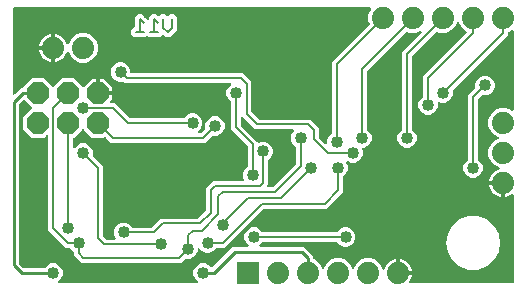
<source format=gbr>
G04 EAGLE Gerber RS-274X export*
G75*
%MOMM*%
%FSLAX34Y34*%
%LPD*%
%INBottom Copper*%
%IPPOS*%
%AMOC8*
5,1,8,0,0,1.08239X$1,22.5*%
G01*
%ADD10C,0.203200*%
%ADD11P,2.034460X8X22.500000*%
%ADD12C,1.879600*%
%ADD13R,1.879600X1.879600*%
%ADD14C,1.016000*%
%ADD15C,0.254000*%

G36*
X160300Y3823D02*
X160300Y3823D01*
X160386Y3825D01*
X160441Y3843D01*
X160497Y3851D01*
X160575Y3886D01*
X160657Y3912D01*
X160704Y3944D01*
X160756Y3967D01*
X160822Y4022D01*
X160893Y4070D01*
X160930Y4114D01*
X160973Y4150D01*
X161021Y4222D01*
X161076Y4288D01*
X161099Y4340D01*
X161131Y4387D01*
X161157Y4469D01*
X161192Y4548D01*
X161199Y4604D01*
X161217Y4658D01*
X161219Y4744D01*
X161230Y4829D01*
X161222Y4886D01*
X161224Y4942D01*
X161202Y5025D01*
X161190Y5111D01*
X161166Y5163D01*
X161152Y5217D01*
X161108Y5291D01*
X161073Y5370D01*
X161036Y5413D01*
X161007Y5462D01*
X160944Y5521D01*
X160888Y5586D01*
X160846Y5612D01*
X160799Y5656D01*
X160670Y5722D01*
X160604Y5764D01*
X160495Y5809D01*
X158209Y8095D01*
X156971Y11083D01*
X156971Y14317D01*
X158209Y17305D01*
X160495Y19591D01*
X163483Y20829D01*
X166717Y20829D01*
X169705Y19591D01*
X171521Y17775D01*
X171568Y17739D01*
X171608Y17697D01*
X171681Y17654D01*
X171748Y17604D01*
X171803Y17583D01*
X171853Y17553D01*
X171935Y17533D01*
X172014Y17502D01*
X172072Y17498D01*
X172129Y17483D01*
X172213Y17486D01*
X172297Y17479D01*
X172355Y17490D01*
X172413Y17492D01*
X172493Y17518D01*
X172576Y17535D01*
X172628Y17562D01*
X172684Y17580D01*
X172740Y17620D01*
X172828Y17666D01*
X172901Y17734D01*
X172957Y17775D01*
X187154Y31972D01*
X189981Y34799D01*
X202714Y34799D01*
X202744Y34803D01*
X202773Y34800D01*
X202884Y34823D01*
X202996Y34839D01*
X203023Y34851D01*
X203052Y34856D01*
X203152Y34909D01*
X203255Y34955D01*
X203278Y34974D01*
X203304Y34987D01*
X203386Y35065D01*
X203472Y35138D01*
X203489Y35163D01*
X203510Y35183D01*
X203567Y35281D01*
X203630Y35375D01*
X203639Y35403D01*
X203654Y35428D01*
X203681Y35538D01*
X203716Y35646D01*
X203717Y35676D01*
X203724Y35704D01*
X203720Y35817D01*
X203723Y35930D01*
X203716Y35959D01*
X203715Y35988D01*
X203680Y36096D01*
X203651Y36205D01*
X203636Y36231D01*
X203627Y36259D01*
X203582Y36322D01*
X203506Y36450D01*
X203460Y36493D01*
X203432Y36532D01*
X201389Y38575D01*
X200151Y41563D01*
X200151Y44797D01*
X201389Y47785D01*
X203675Y50071D01*
X206663Y51309D01*
X209897Y51309D01*
X212885Y50071D01*
X215208Y47747D01*
X215280Y47627D01*
X215281Y47626D01*
X215282Y47624D01*
X215384Y47529D01*
X215486Y47432D01*
X215488Y47431D01*
X215489Y47430D01*
X215614Y47366D01*
X215739Y47301D01*
X215741Y47301D01*
X215742Y47300D01*
X215757Y47298D01*
X216018Y47246D01*
X216049Y47249D01*
X216073Y47245D01*
X277957Y47245D01*
X277958Y47245D01*
X277960Y47245D01*
X278099Y47265D01*
X278238Y47285D01*
X278240Y47285D01*
X278241Y47285D01*
X278368Y47343D01*
X278498Y47401D01*
X278499Y47402D01*
X278500Y47403D01*
X278609Y47495D01*
X278715Y47584D01*
X278716Y47586D01*
X278717Y47587D01*
X278725Y47600D01*
X278827Y47752D01*
X281145Y50071D01*
X284133Y51309D01*
X287367Y51309D01*
X290355Y50071D01*
X292641Y47785D01*
X293879Y44797D01*
X293879Y41563D01*
X292641Y38575D01*
X290355Y36289D01*
X287367Y35051D01*
X284133Y35051D01*
X281145Y36289D01*
X278822Y38613D01*
X278750Y38733D01*
X278749Y38734D01*
X278748Y38736D01*
X278646Y38831D01*
X278544Y38928D01*
X278542Y38929D01*
X278541Y38930D01*
X278416Y38994D01*
X278291Y39059D01*
X278289Y39059D01*
X278288Y39060D01*
X278273Y39062D01*
X278012Y39114D01*
X277981Y39111D01*
X277957Y39115D01*
X216073Y39115D01*
X216072Y39115D01*
X216070Y39115D01*
X215931Y39095D01*
X215792Y39075D01*
X215790Y39075D01*
X215789Y39075D01*
X215662Y39017D01*
X215532Y38959D01*
X215531Y38958D01*
X215530Y38957D01*
X215421Y38865D01*
X215315Y38776D01*
X215314Y38774D01*
X215313Y38773D01*
X215305Y38760D01*
X215204Y38608D01*
X213128Y36532D01*
X213110Y36508D01*
X213088Y36489D01*
X213025Y36395D01*
X212957Y36305D01*
X212946Y36277D01*
X212930Y36253D01*
X212896Y36145D01*
X212856Y36039D01*
X212853Y36010D01*
X212844Y35982D01*
X212841Y35868D01*
X212832Y35756D01*
X212838Y35727D01*
X212837Y35698D01*
X212866Y35588D01*
X212888Y35477D01*
X212901Y35451D01*
X212909Y35423D01*
X212967Y35325D01*
X213019Y35225D01*
X213039Y35203D01*
X213054Y35178D01*
X213137Y35101D01*
X213215Y35019D01*
X213240Y35004D01*
X213261Y34984D01*
X213362Y34932D01*
X213460Y34875D01*
X213488Y34868D01*
X213514Y34854D01*
X213592Y34841D01*
X213735Y34805D01*
X213798Y34807D01*
X213846Y34799D01*
X250709Y34799D01*
X258319Y27189D01*
X258319Y25062D01*
X258319Y25060D01*
X258319Y25059D01*
X258339Y24918D01*
X258359Y24780D01*
X258359Y24779D01*
X258359Y24777D01*
X258416Y24651D01*
X258475Y24521D01*
X258476Y24520D01*
X258477Y24518D01*
X258568Y24411D01*
X258658Y24304D01*
X258660Y24303D01*
X258661Y24302D01*
X258674Y24294D01*
X258895Y24146D01*
X258924Y24137D01*
X258945Y24124D01*
X261051Y23252D01*
X264552Y19751D01*
X265762Y16829D01*
X265777Y16804D01*
X265786Y16776D01*
X265849Y16681D01*
X265907Y16584D01*
X265928Y16564D01*
X265944Y16539D01*
X266031Y16467D01*
X266113Y16389D01*
X266139Y16375D01*
X266162Y16357D01*
X266265Y16311D01*
X266366Y16259D01*
X266395Y16253D01*
X266422Y16241D01*
X266534Y16225D01*
X266645Y16204D01*
X266674Y16206D01*
X266703Y16202D01*
X266815Y16218D01*
X266928Y16228D01*
X266955Y16239D01*
X266984Y16243D01*
X267088Y16289D01*
X267193Y16330D01*
X267217Y16348D01*
X267244Y16360D01*
X267330Y16433D01*
X267420Y16502D01*
X267438Y16525D01*
X267460Y16544D01*
X267502Y16611D01*
X267590Y16729D01*
X267612Y16788D01*
X267638Y16829D01*
X268848Y19751D01*
X272349Y23252D01*
X276924Y25147D01*
X281876Y25147D01*
X286451Y23252D01*
X289952Y19751D01*
X291162Y16829D01*
X291177Y16804D01*
X291186Y16776D01*
X291249Y16681D01*
X291307Y16584D01*
X291328Y16564D01*
X291344Y16539D01*
X291431Y16467D01*
X291513Y16389D01*
X291539Y16375D01*
X291562Y16357D01*
X291665Y16311D01*
X291766Y16259D01*
X291795Y16253D01*
X291822Y16241D01*
X291934Y16225D01*
X292045Y16204D01*
X292074Y16206D01*
X292103Y16202D01*
X292215Y16218D01*
X292328Y16228D01*
X292355Y16239D01*
X292384Y16243D01*
X292488Y16289D01*
X292593Y16330D01*
X292617Y16348D01*
X292644Y16360D01*
X292730Y16433D01*
X292820Y16502D01*
X292838Y16525D01*
X292860Y16544D01*
X292902Y16611D01*
X292990Y16729D01*
X293012Y16788D01*
X293038Y16829D01*
X294248Y19751D01*
X297749Y23252D01*
X302324Y25147D01*
X307276Y25147D01*
X311851Y23252D01*
X315352Y19751D01*
X316869Y16089D01*
X316904Y16029D01*
X316930Y15965D01*
X316976Y15907D01*
X317013Y15844D01*
X317063Y15796D01*
X317106Y15742D01*
X317166Y15699D01*
X317220Y15649D01*
X317281Y15617D01*
X317338Y15577D01*
X317407Y15552D01*
X317473Y15518D01*
X317540Y15505D01*
X317606Y15482D01*
X317679Y15478D01*
X317752Y15463D01*
X317820Y15469D01*
X317889Y15465D01*
X317961Y15481D01*
X318035Y15488D01*
X318099Y15513D01*
X318167Y15528D01*
X318231Y15563D01*
X318300Y15590D01*
X318355Y15631D01*
X318416Y15665D01*
X318468Y15717D01*
X318527Y15761D01*
X318568Y15817D01*
X318617Y15866D01*
X318646Y15921D01*
X318697Y15989D01*
X318738Y16097D01*
X318772Y16163D01*
X319136Y17283D01*
X319989Y18957D01*
X321094Y20478D01*
X322422Y21806D01*
X323943Y22911D01*
X325617Y23764D01*
X327404Y24345D01*
X328169Y24466D01*
X328169Y13716D01*
X328177Y13658D01*
X328175Y13600D01*
X328197Y13518D01*
X328209Y13435D01*
X328233Y13381D01*
X328247Y13325D01*
X328290Y13252D01*
X328325Y13175D01*
X328363Y13131D01*
X328393Y13080D01*
X328454Y13023D01*
X328509Y12958D01*
X328557Y12926D01*
X328600Y12886D01*
X328675Y12847D01*
X328745Y12801D01*
X328801Y12783D01*
X328853Y12756D01*
X328921Y12745D01*
X329016Y12715D01*
X329116Y12712D01*
X329184Y12701D01*
X330201Y12701D01*
X330201Y11684D01*
X330209Y11626D01*
X330208Y11568D01*
X330229Y11486D01*
X330241Y11403D01*
X330265Y11349D01*
X330279Y11293D01*
X330322Y11220D01*
X330357Y11143D01*
X330395Y11098D01*
X330425Y11048D01*
X330486Y10990D01*
X330541Y10926D01*
X330589Y10894D01*
X330632Y10854D01*
X330707Y10815D01*
X330777Y10769D01*
X330833Y10751D01*
X330885Y10724D01*
X330953Y10713D01*
X331048Y10683D01*
X331148Y10680D01*
X331216Y10669D01*
X341966Y10669D01*
X341845Y9904D01*
X341264Y8117D01*
X340411Y6443D01*
X339670Y5423D01*
X339627Y5341D01*
X339576Y5265D01*
X339560Y5216D01*
X339537Y5172D01*
X339518Y5082D01*
X339490Y4994D01*
X339489Y4943D01*
X339478Y4893D01*
X339485Y4802D01*
X339483Y4710D01*
X339495Y4661D01*
X339499Y4610D01*
X339531Y4524D01*
X339554Y4435D01*
X339580Y4391D01*
X339598Y4343D01*
X339653Y4269D01*
X339700Y4190D01*
X339737Y4155D01*
X339767Y4115D01*
X339840Y4059D01*
X339907Y3996D01*
X339952Y3973D01*
X339992Y3942D01*
X340078Y3908D01*
X340160Y3866D01*
X340204Y3859D01*
X340257Y3838D01*
X340415Y3823D01*
X340491Y3811D01*
X426974Y3811D01*
X427032Y3819D01*
X427090Y3817D01*
X427172Y3839D01*
X427256Y3851D01*
X427309Y3874D01*
X427365Y3889D01*
X427438Y3932D01*
X427515Y3967D01*
X427560Y4005D01*
X427610Y4034D01*
X427668Y4096D01*
X427732Y4150D01*
X427764Y4199D01*
X427804Y4242D01*
X427843Y4317D01*
X427890Y4387D01*
X427907Y4443D01*
X427934Y4495D01*
X427945Y4563D01*
X427975Y4658D01*
X427978Y4758D01*
X427989Y4826D01*
X427989Y78609D01*
X427976Y78700D01*
X427973Y78792D01*
X427957Y78840D01*
X427949Y78890D01*
X427912Y78974D01*
X427883Y79062D01*
X427854Y79103D01*
X427833Y79150D01*
X427774Y79220D01*
X427722Y79296D01*
X427682Y79328D01*
X427650Y79367D01*
X427573Y79418D01*
X427502Y79476D01*
X427455Y79496D01*
X427413Y79524D01*
X427325Y79552D01*
X427241Y79588D01*
X427190Y79595D01*
X427142Y79610D01*
X427050Y79612D01*
X426959Y79624D01*
X426908Y79616D01*
X426858Y79617D01*
X426769Y79594D01*
X426678Y79580D01*
X426638Y79560D01*
X426583Y79546D01*
X426446Y79465D01*
X426377Y79430D01*
X425357Y78689D01*
X423683Y77836D01*
X421896Y77255D01*
X421131Y77134D01*
X421131Y87884D01*
X421123Y87942D01*
X421125Y88000D01*
X421103Y88082D01*
X421091Y88165D01*
X421067Y88219D01*
X421053Y88275D01*
X421010Y88348D01*
X420975Y88425D01*
X420937Y88469D01*
X420907Y88520D01*
X420846Y88577D01*
X420791Y88642D01*
X420743Y88674D01*
X420700Y88714D01*
X420625Y88753D01*
X420555Y88799D01*
X420499Y88817D01*
X420447Y88844D01*
X420379Y88855D01*
X420284Y88885D01*
X420184Y88888D01*
X420116Y88899D01*
X419099Y88899D01*
X419099Y89916D01*
X419091Y89974D01*
X419092Y90032D01*
X419071Y90114D01*
X419059Y90197D01*
X419035Y90251D01*
X419021Y90307D01*
X418978Y90380D01*
X418943Y90457D01*
X418905Y90502D01*
X418875Y90552D01*
X418814Y90610D01*
X418759Y90674D01*
X418711Y90706D01*
X418668Y90746D01*
X418593Y90785D01*
X418523Y90831D01*
X418467Y90849D01*
X418415Y90876D01*
X418347Y90887D01*
X418252Y90917D01*
X418152Y90920D01*
X418084Y90931D01*
X407334Y90931D01*
X407455Y91696D01*
X408036Y93483D01*
X408889Y95157D01*
X409994Y96678D01*
X411322Y98006D01*
X412843Y99111D01*
X414517Y99964D01*
X415637Y100328D01*
X415699Y100358D01*
X415765Y100379D01*
X415826Y100420D01*
X415892Y100453D01*
X415943Y100499D01*
X416001Y100538D01*
X416048Y100594D01*
X416103Y100643D01*
X416139Y100702D01*
X416184Y100755D01*
X416214Y100822D01*
X416252Y100885D01*
X416271Y100952D01*
X416299Y101015D01*
X416309Y101088D01*
X416329Y101159D01*
X416329Y101228D01*
X416338Y101296D01*
X416328Y101369D01*
X416327Y101443D01*
X416307Y101510D01*
X416297Y101578D01*
X416267Y101645D01*
X416246Y101716D01*
X416209Y101774D01*
X416180Y101837D01*
X416133Y101893D01*
X416093Y101955D01*
X416041Y102001D01*
X415996Y102053D01*
X415943Y102086D01*
X415879Y102143D01*
X415775Y102192D01*
X415711Y102231D01*
X412049Y103748D01*
X408548Y107249D01*
X406653Y111824D01*
X406653Y116776D01*
X408548Y121351D01*
X412049Y124852D01*
X414971Y126062D01*
X414996Y126077D01*
X415024Y126086D01*
X415119Y126149D01*
X415216Y126207D01*
X415236Y126228D01*
X415261Y126244D01*
X415334Y126331D01*
X415411Y126413D01*
X415425Y126439D01*
X415444Y126462D01*
X415490Y126565D01*
X415541Y126666D01*
X415547Y126695D01*
X415559Y126722D01*
X415575Y126834D01*
X415596Y126945D01*
X415594Y126974D01*
X415598Y127003D01*
X415582Y127115D01*
X415572Y127228D01*
X415561Y127255D01*
X415557Y127285D01*
X415511Y127388D01*
X415470Y127493D01*
X415452Y127517D01*
X415440Y127544D01*
X415367Y127630D01*
X415298Y127720D01*
X415275Y127738D01*
X415256Y127760D01*
X415189Y127802D01*
X415071Y127890D01*
X415012Y127912D01*
X414971Y127938D01*
X412049Y129148D01*
X408548Y132649D01*
X406653Y137224D01*
X406653Y142176D01*
X408548Y146751D01*
X412049Y150252D01*
X416624Y152147D01*
X421576Y152147D01*
X426150Y150252D01*
X426256Y150146D01*
X426280Y150129D01*
X426299Y150106D01*
X426393Y150043D01*
X426483Y149975D01*
X426511Y149965D01*
X426535Y149949D01*
X426643Y149914D01*
X426749Y149874D01*
X426778Y149872D01*
X426806Y149863D01*
X426919Y149860D01*
X427032Y149850D01*
X427061Y149856D01*
X427090Y149856D01*
X427200Y149884D01*
X427311Y149906D01*
X427337Y149920D01*
X427365Y149927D01*
X427462Y149985D01*
X427563Y150037D01*
X427585Y150058D01*
X427610Y150073D01*
X427687Y150155D01*
X427769Y150233D01*
X427784Y150258D01*
X427804Y150280D01*
X427856Y150381D01*
X427913Y150478D01*
X427920Y150507D01*
X427934Y150533D01*
X427947Y150610D01*
X427983Y150754D01*
X427981Y150816D01*
X427989Y150864D01*
X427989Y217436D01*
X427985Y217465D01*
X427988Y217494D01*
X427965Y217605D01*
X427949Y217717D01*
X427937Y217744D01*
X427932Y217773D01*
X427880Y217873D01*
X427833Y217977D01*
X427814Y217999D01*
X427801Y218025D01*
X427723Y218107D01*
X427650Y218194D01*
X427625Y218210D01*
X427605Y218231D01*
X427507Y218289D01*
X427413Y218351D01*
X427385Y218360D01*
X427360Y218375D01*
X427250Y218403D01*
X427142Y218437D01*
X427113Y218438D01*
X427084Y218445D01*
X426971Y218442D01*
X426858Y218444D01*
X426829Y218437D01*
X426800Y218436D01*
X426692Y218401D01*
X426583Y218373D01*
X426557Y218358D01*
X426529Y218349D01*
X426466Y218303D01*
X426338Y218227D01*
X426295Y218182D01*
X426256Y218154D01*
X426150Y218048D01*
X423791Y217071D01*
X423790Y217070D01*
X423789Y217070D01*
X423670Y217000D01*
X423547Y216927D01*
X423546Y216925D01*
X423544Y216925D01*
X423447Y216821D01*
X423351Y216720D01*
X423351Y216718D01*
X423350Y216717D01*
X423282Y216585D01*
X423221Y216467D01*
X423221Y216466D01*
X423220Y216464D01*
X423218Y216449D01*
X423166Y216188D01*
X423169Y216158D01*
X423165Y216133D01*
X423165Y214216D01*
X420486Y211538D01*
X376685Y167736D01*
X376684Y167735D01*
X376682Y167734D01*
X376597Y167620D01*
X376514Y167509D01*
X376513Y167508D01*
X376512Y167506D01*
X376463Y167376D01*
X376413Y167244D01*
X376413Y167242D01*
X376412Y167240D01*
X376400Y167092D01*
X376389Y166960D01*
X376389Y166959D01*
X376389Y166957D01*
X376393Y166941D01*
X376429Y166763D01*
X376429Y163483D01*
X375191Y160495D01*
X372905Y158209D01*
X369917Y156971D01*
X366683Y156971D01*
X365133Y157614D01*
X365021Y157642D01*
X364912Y157677D01*
X364884Y157678D01*
X364857Y157685D01*
X364743Y157681D01*
X364628Y157684D01*
X364601Y157677D01*
X364573Y157676D01*
X364464Y157641D01*
X364353Y157612D01*
X364329Y157598D01*
X364302Y157590D01*
X364207Y157526D01*
X364108Y157467D01*
X364089Y157447D01*
X364066Y157431D01*
X363992Y157343D01*
X363914Y157260D01*
X363901Y157235D01*
X363883Y157214D01*
X363837Y157109D01*
X363784Y157007D01*
X363780Y156982D01*
X363768Y156954D01*
X363731Y156690D01*
X363729Y156676D01*
X363729Y153323D01*
X362491Y150335D01*
X360205Y148049D01*
X357217Y146811D01*
X353983Y146811D01*
X350995Y148049D01*
X348709Y150335D01*
X347471Y153323D01*
X347471Y156557D01*
X348709Y159545D01*
X351033Y161868D01*
X351153Y161940D01*
X351154Y161941D01*
X351156Y161942D01*
X351251Y162044D01*
X351348Y162146D01*
X351349Y162148D01*
X351350Y162149D01*
X351414Y162273D01*
X351479Y162399D01*
X351479Y162401D01*
X351480Y162402D01*
X351482Y162417D01*
X351534Y162678D01*
X351531Y162709D01*
X351535Y162733D01*
X351535Y179484D01*
X388015Y215963D01*
X388084Y216055D01*
X388158Y216143D01*
X388169Y216168D01*
X388186Y216190D01*
X388227Y216298D01*
X388273Y216403D01*
X388277Y216430D01*
X388287Y216456D01*
X388296Y216570D01*
X388312Y216684D01*
X388308Y216712D01*
X388311Y216739D01*
X388288Y216852D01*
X388272Y216966D01*
X388260Y216991D01*
X388255Y217018D01*
X388202Y217120D01*
X388154Y217225D01*
X388136Y217246D01*
X388124Y217270D01*
X388045Y217354D01*
X387970Y217441D01*
X387949Y217454D01*
X387928Y217477D01*
X387698Y217611D01*
X387685Y217619D01*
X386649Y218048D01*
X383148Y221549D01*
X381938Y224471D01*
X381923Y224496D01*
X381914Y224524D01*
X381851Y224619D01*
X381793Y224716D01*
X381772Y224736D01*
X381756Y224761D01*
X381669Y224834D01*
X381587Y224911D01*
X381561Y224925D01*
X381538Y224944D01*
X381435Y224990D01*
X381334Y225041D01*
X381305Y225047D01*
X381278Y225059D01*
X381166Y225075D01*
X381055Y225096D01*
X381026Y225094D01*
X380997Y225098D01*
X380885Y225082D01*
X380772Y225072D01*
X380745Y225061D01*
X380715Y225057D01*
X380612Y225011D01*
X380507Y224970D01*
X380483Y224952D01*
X380456Y224940D01*
X380370Y224867D01*
X380280Y224798D01*
X380262Y224775D01*
X380240Y224756D01*
X380198Y224689D01*
X380110Y224571D01*
X380088Y224512D01*
X380062Y224471D01*
X378852Y221549D01*
X375351Y218048D01*
X370776Y216153D01*
X365824Y216153D01*
X363465Y217130D01*
X363464Y217131D01*
X363462Y217132D01*
X363328Y217166D01*
X363190Y217201D01*
X363188Y217201D01*
X363187Y217202D01*
X363046Y217197D01*
X362906Y217193D01*
X362904Y217193D01*
X362903Y217193D01*
X362770Y217150D01*
X362635Y217107D01*
X362634Y217106D01*
X362632Y217105D01*
X362620Y217097D01*
X362399Y216948D01*
X362379Y216925D01*
X362359Y216910D01*
X342182Y196734D01*
X342130Y196664D01*
X342070Y196600D01*
X342044Y196551D01*
X342011Y196506D01*
X341980Y196425D01*
X341940Y196347D01*
X341932Y196299D01*
X341910Y196241D01*
X341898Y196093D01*
X341885Y196016D01*
X341885Y134793D01*
X341885Y134792D01*
X341885Y134790D01*
X341905Y134651D01*
X341925Y134512D01*
X341925Y134510D01*
X341925Y134509D01*
X341983Y134382D01*
X342041Y134252D01*
X342042Y134251D01*
X342043Y134250D01*
X342135Y134141D01*
X342224Y134035D01*
X342226Y134034D01*
X342227Y134033D01*
X342240Y134025D01*
X342344Y133956D01*
X342353Y133948D01*
X342368Y133940D01*
X342392Y133923D01*
X344711Y131605D01*
X345949Y128617D01*
X345949Y125383D01*
X344711Y122395D01*
X342425Y120109D01*
X339437Y118871D01*
X336203Y118871D01*
X333215Y120109D01*
X330929Y122395D01*
X329691Y125383D01*
X329691Y128617D01*
X330929Y131605D01*
X333242Y133918D01*
X333244Y133919D01*
X333262Y133934D01*
X333373Y134000D01*
X333374Y134001D01*
X333376Y134002D01*
X333470Y134102D01*
X333568Y134206D01*
X333569Y134208D01*
X333570Y134209D01*
X333634Y134333D01*
X333699Y134459D01*
X333699Y134461D01*
X333700Y134462D01*
X333702Y134477D01*
X333754Y134738D01*
X333751Y134769D01*
X333755Y134793D01*
X333755Y199804D01*
X349840Y215888D01*
X349891Y215957D01*
X349950Y216019D01*
X349977Y216070D01*
X350011Y216115D01*
X350041Y216196D01*
X350081Y216272D01*
X350092Y216328D01*
X350112Y216381D01*
X350119Y216467D01*
X350136Y216551D01*
X350131Y216608D01*
X350135Y216664D01*
X350119Y216749D01*
X350111Y216834D01*
X350091Y216887D01*
X350080Y216943D01*
X350040Y217019D01*
X350009Y217100D01*
X349975Y217145D01*
X349949Y217195D01*
X349889Y217258D01*
X349838Y217326D01*
X349792Y217360D01*
X349753Y217402D01*
X349679Y217445D01*
X349610Y217496D01*
X349557Y217516D01*
X349508Y217545D01*
X349424Y217566D01*
X349344Y217597D01*
X349287Y217601D01*
X349232Y217615D01*
X349146Y217613D01*
X349061Y217619D01*
X349012Y217608D01*
X348948Y217606D01*
X348810Y217562D01*
X348733Y217544D01*
X345376Y216153D01*
X340424Y216153D01*
X338065Y217130D01*
X338064Y217131D01*
X338062Y217132D01*
X337928Y217166D01*
X337790Y217201D01*
X337788Y217201D01*
X337787Y217202D01*
X337646Y217197D01*
X337506Y217193D01*
X337504Y217193D01*
X337503Y217193D01*
X337370Y217150D01*
X337235Y217107D01*
X337234Y217106D01*
X337232Y217105D01*
X337220Y217097D01*
X336999Y216948D01*
X336979Y216925D01*
X336959Y216910D01*
X304082Y184034D01*
X304030Y183964D01*
X303970Y183900D01*
X303944Y183851D01*
X303911Y183806D01*
X303880Y183725D01*
X303840Y183647D01*
X303832Y183599D01*
X303810Y183541D01*
X303798Y183393D01*
X303785Y183316D01*
X303785Y134793D01*
X303785Y134792D01*
X303785Y134790D01*
X303805Y134651D01*
X303825Y134512D01*
X303825Y134510D01*
X303825Y134509D01*
X303883Y134382D01*
X303941Y134252D01*
X303942Y134251D01*
X303943Y134250D01*
X304035Y134141D01*
X304124Y134035D01*
X304126Y134034D01*
X304127Y134033D01*
X304140Y134025D01*
X304244Y133956D01*
X304253Y133948D01*
X304268Y133940D01*
X304292Y133923D01*
X306611Y131605D01*
X307849Y128617D01*
X307849Y125383D01*
X306611Y122395D01*
X304325Y120109D01*
X301337Y118871D01*
X300524Y118871D01*
X300411Y118855D01*
X300296Y118845D01*
X300270Y118835D01*
X300243Y118831D01*
X300138Y118784D01*
X300031Y118743D01*
X300009Y118727D01*
X299984Y118715D01*
X299896Y118641D01*
X299804Y118572D01*
X299788Y118549D01*
X299767Y118532D01*
X299703Y118436D01*
X299634Y118344D01*
X299624Y118318D01*
X299609Y118295D01*
X299574Y118185D01*
X299534Y118078D01*
X299532Y118050D01*
X299523Y118024D01*
X299520Y117909D01*
X299511Y117795D01*
X299517Y117770D01*
X299516Y117740D01*
X299583Y117483D01*
X299586Y117467D01*
X300229Y115917D01*
X300229Y112683D01*
X298991Y109695D01*
X296705Y107409D01*
X293717Y106171D01*
X290483Y106171D01*
X287704Y107322D01*
X287676Y107330D01*
X287650Y107343D01*
X287538Y107365D01*
X287429Y107393D01*
X287400Y107392D01*
X287371Y107398D01*
X287258Y107388D01*
X287145Y107385D01*
X287117Y107376D01*
X287088Y107374D01*
X286982Y107333D01*
X286874Y107299D01*
X286849Y107282D01*
X286822Y107272D01*
X286732Y107203D01*
X286638Y107140D01*
X286619Y107118D01*
X286595Y107100D01*
X286528Y107009D01*
X286455Y106923D01*
X286443Y106896D01*
X286425Y106872D01*
X286385Y106766D01*
X286339Y106663D01*
X286335Y106634D01*
X286325Y106606D01*
X286316Y106493D01*
X286300Y106381D01*
X286305Y106352D01*
X286302Y106323D01*
X286320Y106246D01*
X286321Y106238D01*
X286321Y106235D01*
X286322Y106229D01*
X286341Y106100D01*
X286367Y106043D01*
X286378Y105996D01*
X287529Y103217D01*
X287529Y99983D01*
X286291Y96995D01*
X283967Y94672D01*
X283847Y94600D01*
X283846Y94599D01*
X283844Y94598D01*
X283749Y94496D01*
X283652Y94394D01*
X283651Y94392D01*
X283650Y94391D01*
X283582Y94260D01*
X283521Y94141D01*
X283521Y94139D01*
X283520Y94138D01*
X283518Y94123D01*
X283466Y93862D01*
X283469Y93831D01*
X283465Y93807D01*
X283465Y80866D01*
X269654Y67055D01*
X216734Y67055D01*
X216648Y67043D01*
X216560Y67040D01*
X216508Y67023D01*
X216453Y67015D01*
X216373Y66980D01*
X216290Y66953D01*
X216250Y66925D01*
X216193Y66899D01*
X216080Y66803D01*
X216016Y66758D01*
X183294Y34035D01*
X176703Y34035D01*
X176702Y34035D01*
X176700Y34035D01*
X176561Y34015D01*
X176422Y33995D01*
X176420Y33995D01*
X176419Y33995D01*
X176292Y33937D01*
X176162Y33879D01*
X176161Y33878D01*
X176160Y33877D01*
X176051Y33785D01*
X175945Y33696D01*
X175944Y33694D01*
X175943Y33693D01*
X175935Y33680D01*
X175833Y33528D01*
X173515Y31209D01*
X170527Y29971D01*
X167293Y29971D01*
X164305Y31209D01*
X162262Y33252D01*
X162238Y33270D01*
X162219Y33292D01*
X162125Y33355D01*
X162035Y33423D01*
X162007Y33434D01*
X161983Y33450D01*
X161875Y33484D01*
X161769Y33524D01*
X161740Y33527D01*
X161712Y33536D01*
X161598Y33539D01*
X161486Y33548D01*
X161457Y33542D01*
X161428Y33543D01*
X161318Y33514D01*
X161207Y33492D01*
X161181Y33479D01*
X161153Y33471D01*
X161055Y33413D01*
X160955Y33361D01*
X160933Y33341D01*
X160908Y33326D01*
X160831Y33243D01*
X160749Y33165D01*
X160734Y33140D01*
X160714Y33119D01*
X160662Y33018D01*
X160605Y32920D01*
X160598Y32892D01*
X160584Y32866D01*
X160571Y32788D01*
X160535Y32645D01*
X160537Y32582D01*
X160529Y32534D01*
X160529Y31403D01*
X159291Y28415D01*
X157005Y26129D01*
X154017Y24891D01*
X150730Y24891D01*
X150595Y24926D01*
X150593Y24926D01*
X150592Y24927D01*
X150451Y24922D01*
X150311Y24918D01*
X150309Y24918D01*
X150307Y24918D01*
X150173Y24874D01*
X150040Y24831D01*
X150038Y24831D01*
X150037Y24830D01*
X150025Y24821D01*
X149804Y24673D01*
X149784Y24650D01*
X149764Y24635D01*
X146464Y21335D01*
X61816Y21335D01*
X55625Y27526D01*
X55625Y30307D01*
X55625Y30308D01*
X55625Y30310D01*
X55606Y30443D01*
X55585Y30588D01*
X55585Y30590D01*
X55585Y30591D01*
X55527Y30718D01*
X55469Y30848D01*
X55468Y30849D01*
X55467Y30850D01*
X55375Y30959D01*
X55286Y31065D01*
X55284Y31066D01*
X55283Y31067D01*
X55270Y31075D01*
X55118Y31177D01*
X52762Y33533D01*
X52690Y33653D01*
X52689Y33654D01*
X52688Y33656D01*
X52586Y33751D01*
X52484Y33848D01*
X52482Y33849D01*
X52481Y33850D01*
X52356Y33914D01*
X52231Y33979D01*
X52229Y33979D01*
X52228Y33980D01*
X52213Y33982D01*
X51952Y34034D01*
X51921Y34031D01*
X51897Y34035D01*
X49116Y34035D01*
X34035Y49116D01*
X34035Y128282D01*
X34031Y128311D01*
X34034Y128340D01*
X34011Y128451D01*
X33995Y128563D01*
X33983Y128590D01*
X33978Y128619D01*
X33925Y128720D01*
X33879Y128823D01*
X33860Y128845D01*
X33847Y128871D01*
X33769Y128953D01*
X33696Y129040D01*
X33671Y129056D01*
X33651Y129077D01*
X33553Y129135D01*
X33459Y129197D01*
X33431Y129206D01*
X33406Y129221D01*
X33296Y129249D01*
X33188Y129283D01*
X33158Y129284D01*
X33130Y129291D01*
X33017Y129288D01*
X32904Y129290D01*
X32875Y129283D01*
X32846Y129282D01*
X32738Y129247D01*
X32629Y129219D01*
X32603Y129204D01*
X32575Y129195D01*
X32512Y129149D01*
X32384Y129073D01*
X32341Y129028D01*
X32302Y129000D01*
X30556Y127253D01*
X20244Y127253D01*
X12953Y134544D01*
X12953Y144856D01*
X19780Y151682D01*
X19815Y151729D01*
X19857Y151769D01*
X19900Y151842D01*
X19951Y151909D01*
X19971Y151964D01*
X20001Y152014D01*
X20022Y152096D01*
X20052Y152175D01*
X20057Y152233D01*
X20071Y152290D01*
X20068Y152374D01*
X20075Y152458D01*
X20064Y152516D01*
X20062Y152574D01*
X20036Y152654D01*
X20020Y152737D01*
X19993Y152789D01*
X19975Y152845D01*
X19935Y152901D01*
X19889Y152989D01*
X19820Y153062D01*
X19780Y153118D01*
X14021Y158877D01*
X13974Y158912D01*
X13934Y158955D01*
X13861Y158997D01*
X13793Y159048D01*
X13739Y159069D01*
X13688Y159098D01*
X13607Y159119D01*
X13528Y159149D01*
X13469Y159154D01*
X13413Y159169D01*
X13328Y159166D01*
X13244Y159173D01*
X13187Y159161D01*
X13129Y159159D01*
X13048Y159134D01*
X12966Y159117D01*
X12914Y159090D01*
X12858Y159072D01*
X12802Y159032D01*
X12713Y158986D01*
X12641Y158917D01*
X12585Y158877D01*
X9696Y155988D01*
X9644Y155919D01*
X9584Y155855D01*
X9558Y155805D01*
X9525Y155761D01*
X9494Y155680D01*
X9454Y155602D01*
X9446Y155554D01*
X9424Y155496D01*
X9412Y155348D01*
X9399Y155271D01*
X9399Y21259D01*
X9411Y21173D01*
X9414Y21085D01*
X9431Y21033D01*
X9439Y20978D01*
X9474Y20898D01*
X9501Y20815D01*
X9529Y20776D01*
X9555Y20719D01*
X9651Y20605D01*
X9696Y20542D01*
X12922Y17316D01*
X12991Y17264D01*
X13055Y17204D01*
X13105Y17178D01*
X13149Y17145D01*
X13230Y17114D01*
X13308Y17074D01*
X13356Y17066D01*
X13414Y17044D01*
X13562Y17032D01*
X13639Y17019D01*
X30502Y17019D01*
X30589Y17031D01*
X30676Y17034D01*
X30729Y17051D01*
X30784Y17059D01*
X30864Y17094D01*
X30947Y17121D01*
X30986Y17149D01*
X31043Y17175D01*
X31157Y17271D01*
X31220Y17316D01*
X33495Y19591D01*
X36483Y20829D01*
X39717Y20829D01*
X42705Y19591D01*
X44991Y17305D01*
X46229Y14317D01*
X46229Y11083D01*
X44991Y8095D01*
X42705Y5809D01*
X42596Y5764D01*
X42522Y5720D01*
X42444Y5685D01*
X42400Y5648D01*
X42351Y5620D01*
X42292Y5557D01*
X42227Y5501D01*
X42195Y5454D01*
X42156Y5413D01*
X42117Y5336D01*
X42069Y5265D01*
X42052Y5211D01*
X42026Y5160D01*
X42009Y5076D01*
X41983Y4994D01*
X41982Y4937D01*
X41971Y4881D01*
X41978Y4796D01*
X41976Y4710D01*
X41991Y4655D01*
X41995Y4598D01*
X42026Y4518D01*
X42048Y4435D01*
X42077Y4386D01*
X42097Y4333D01*
X42149Y4264D01*
X42193Y4190D01*
X42235Y4151D01*
X42269Y4106D01*
X42338Y4054D01*
X42401Y3996D01*
X42451Y3970D01*
X42497Y3936D01*
X42577Y3905D01*
X42654Y3866D01*
X42703Y3858D01*
X42763Y3835D01*
X42907Y3824D01*
X42985Y3811D01*
X160215Y3811D01*
X160300Y3823D01*
G37*
G36*
X90111Y40911D02*
X90111Y40911D01*
X90225Y40921D01*
X90251Y40931D01*
X90278Y40935D01*
X90383Y40982D01*
X90490Y41023D01*
X90512Y41039D01*
X90538Y41051D01*
X90626Y41125D01*
X90717Y41194D01*
X90734Y41217D01*
X90755Y41234D01*
X90818Y41330D01*
X90887Y41422D01*
X90897Y41448D01*
X90912Y41471D01*
X90947Y41581D01*
X90988Y41688D01*
X90990Y41716D01*
X90998Y41742D01*
X91001Y41857D01*
X91010Y41971D01*
X91005Y41996D01*
X91005Y42026D01*
X90938Y42283D01*
X90935Y42299D01*
X89661Y45373D01*
X89661Y48607D01*
X90899Y51595D01*
X93185Y53881D01*
X96173Y55119D01*
X99407Y55119D01*
X102395Y53881D01*
X104718Y51557D01*
X104790Y51437D01*
X104791Y51436D01*
X104792Y51434D01*
X104894Y51339D01*
X104996Y51242D01*
X104998Y51241D01*
X104999Y51240D01*
X105124Y51176D01*
X105249Y51111D01*
X105251Y51111D01*
X105252Y51110D01*
X105267Y51108D01*
X105528Y51056D01*
X105559Y51059D01*
X105583Y51055D01*
X121086Y51055D01*
X121172Y51067D01*
X121260Y51070D01*
X121312Y51087D01*
X121367Y51095D01*
X121447Y51130D01*
X121530Y51157D01*
X121570Y51185D01*
X121627Y51211D01*
X121740Y51307D01*
X121804Y51352D01*
X126448Y55996D01*
X126448Y55997D01*
X129126Y58675D01*
X160456Y58675D01*
X160542Y58687D01*
X160630Y58690D01*
X160682Y58707D01*
X160737Y58715D01*
X160817Y58750D01*
X160900Y58777D01*
X160940Y58805D01*
X160997Y58831D01*
X161110Y58927D01*
X161174Y58972D01*
X167088Y64886D01*
X167140Y64956D01*
X167200Y65020D01*
X167226Y65069D01*
X167259Y65114D01*
X167290Y65195D01*
X167330Y65273D01*
X167338Y65321D01*
X167360Y65379D01*
X167372Y65527D01*
X167385Y65604D01*
X167385Y84234D01*
X170898Y87746D01*
X170898Y87747D01*
X173576Y90425D01*
X198691Y90425D01*
X198805Y90441D01*
X198919Y90451D01*
X198945Y90461D01*
X198972Y90465D01*
X199077Y90512D01*
X199184Y90553D01*
X199206Y90569D01*
X199232Y90581D01*
X199319Y90655D01*
X199411Y90724D01*
X199428Y90747D01*
X199449Y90764D01*
X199512Y90860D01*
X199581Y90952D01*
X199591Y90978D01*
X199606Y91001D01*
X199641Y91111D01*
X199681Y91218D01*
X199684Y91246D01*
X199692Y91272D01*
X199695Y91387D01*
X199704Y91501D01*
X199699Y91526D01*
X199699Y91556D01*
X199632Y91813D01*
X199629Y91829D01*
X198881Y93633D01*
X198881Y96867D01*
X200119Y99855D01*
X202443Y102178D01*
X202563Y102250D01*
X202564Y102251D01*
X202566Y102252D01*
X202661Y102354D01*
X202758Y102456D01*
X202759Y102458D01*
X202760Y102459D01*
X202824Y102584D01*
X202889Y102709D01*
X202889Y102711D01*
X202890Y102712D01*
X202892Y102727D01*
X202944Y102988D01*
X202941Y103019D01*
X202945Y103043D01*
X202945Y119816D01*
X202933Y119902D01*
X202930Y119990D01*
X202913Y120042D01*
X202905Y120097D01*
X202870Y120177D01*
X202843Y120260D01*
X202815Y120300D01*
X202789Y120357D01*
X202693Y120470D01*
X202648Y120534D01*
X188975Y134206D01*
X188975Y157307D01*
X188975Y157308D01*
X188975Y157310D01*
X188955Y157449D01*
X188935Y157588D01*
X188935Y157590D01*
X188935Y157591D01*
X188879Y157715D01*
X188819Y157848D01*
X188818Y157849D01*
X188817Y157850D01*
X188725Y157959D01*
X188636Y158065D01*
X188634Y158066D01*
X188633Y158067D01*
X188620Y158075D01*
X188468Y158177D01*
X186149Y160495D01*
X184911Y163483D01*
X184911Y166717D01*
X186149Y169705D01*
X188446Y172002D01*
X188464Y172026D01*
X188486Y172045D01*
X188549Y172139D01*
X188617Y172229D01*
X188628Y172257D01*
X188644Y172281D01*
X188678Y172389D01*
X188718Y172495D01*
X188721Y172524D01*
X188730Y172552D01*
X188733Y172666D01*
X188742Y172778D01*
X188736Y172807D01*
X188737Y172836D01*
X188708Y172946D01*
X188686Y173057D01*
X188673Y173083D01*
X188665Y173111D01*
X188607Y173209D01*
X188555Y173309D01*
X188535Y173331D01*
X188520Y173356D01*
X188437Y173433D01*
X188359Y173515D01*
X188334Y173530D01*
X188313Y173550D01*
X188212Y173602D01*
X188114Y173659D01*
X188086Y173666D01*
X188060Y173680D01*
X187982Y173693D01*
X187839Y173729D01*
X187776Y173727D01*
X187728Y173735D01*
X98646Y173735D01*
X97886Y174495D01*
X97885Y174496D01*
X97884Y174498D01*
X97772Y174581D01*
X97659Y174666D01*
X97658Y174667D01*
X97656Y174668D01*
X97528Y174716D01*
X97394Y174767D01*
X97392Y174767D01*
X97390Y174768D01*
X97249Y174779D01*
X97110Y174791D01*
X97109Y174791D01*
X97107Y174791D01*
X97090Y174787D01*
X96913Y174751D01*
X93633Y174751D01*
X90645Y175989D01*
X88359Y178275D01*
X87121Y181263D01*
X87121Y184497D01*
X88359Y187485D01*
X90645Y189771D01*
X93633Y191009D01*
X96867Y191009D01*
X99855Y189771D01*
X102141Y187485D01*
X103379Y184497D01*
X103379Y182880D01*
X103387Y182822D01*
X103385Y182764D01*
X103407Y182682D01*
X103419Y182598D01*
X103442Y182545D01*
X103457Y182489D01*
X103500Y182416D01*
X103535Y182339D01*
X103573Y182294D01*
X103602Y182244D01*
X103664Y182186D01*
X103718Y182122D01*
X103767Y182090D01*
X103810Y182050D01*
X103885Y182011D01*
X103955Y181964D01*
X104011Y181947D01*
X104063Y181920D01*
X104131Y181909D01*
X104226Y181879D01*
X104326Y181876D01*
X104394Y181865D01*
X198534Y181865D01*
X205995Y174404D01*
X205995Y149424D01*
X206007Y149338D01*
X206010Y149250D01*
X206027Y149198D01*
X206035Y149143D01*
X206070Y149063D01*
X206097Y148980D01*
X206125Y148940D01*
X206151Y148883D01*
X206247Y148770D01*
X206292Y148706D01*
X212206Y142792D01*
X212276Y142740D01*
X212340Y142680D01*
X212389Y142654D01*
X212434Y142621D01*
X212515Y142590D01*
X212593Y142550D01*
X212641Y142542D01*
X212699Y142520D01*
X212847Y142508D01*
X212924Y142495D01*
X255684Y142495D01*
X263145Y135034D01*
X263145Y127834D01*
X263157Y127748D01*
X263160Y127660D01*
X263177Y127608D01*
X263185Y127553D01*
X263220Y127473D01*
X263247Y127390D01*
X263275Y127350D01*
X263301Y127293D01*
X263397Y127180D01*
X263442Y127116D01*
X268268Y122290D01*
X268292Y122273D01*
X268311Y122250D01*
X268405Y122187D01*
X268495Y122119D01*
X268523Y122109D01*
X268547Y122093D01*
X268655Y122058D01*
X268761Y122018D01*
X268790Y122016D01*
X268818Y122007D01*
X268932Y122004D01*
X269044Y121995D01*
X269073Y122000D01*
X269102Y122000D01*
X269212Y122028D01*
X269323Y122050D01*
X269349Y122064D01*
X269377Y122071D01*
X269475Y122129D01*
X269575Y122181D01*
X269597Y122202D01*
X269622Y122217D01*
X269699Y122299D01*
X269781Y122377D01*
X269796Y122403D01*
X269816Y122424D01*
X269868Y122525D01*
X269925Y122623D01*
X269932Y122651D01*
X269946Y122677D01*
X269959Y122754D01*
X269995Y122898D01*
X269993Y122961D01*
X270001Y123008D01*
X270001Y124807D01*
X271239Y127795D01*
X273563Y130118D01*
X273683Y130190D01*
X273684Y130191D01*
X273686Y130192D01*
X273781Y130294D01*
X273878Y130396D01*
X273879Y130398D01*
X273880Y130399D01*
X273944Y130524D01*
X274009Y130649D01*
X274009Y130651D01*
X274010Y130652D01*
X274012Y130667D01*
X274064Y130928D01*
X274061Y130959D01*
X274065Y130983D01*
X274065Y190914D01*
X305810Y222659D01*
X305811Y222660D01*
X305813Y222661D01*
X305901Y222779D01*
X305981Y222886D01*
X305982Y222887D01*
X305983Y222889D01*
X306033Y223022D01*
X306082Y223152D01*
X306083Y223153D01*
X306083Y223155D01*
X306095Y223299D01*
X306106Y223435D01*
X306106Y223436D01*
X306106Y223438D01*
X306102Y223454D01*
X306050Y223714D01*
X306036Y223741D01*
X306030Y223765D01*
X305053Y226124D01*
X305053Y231076D01*
X306948Y235650D01*
X307054Y235756D01*
X307071Y235780D01*
X307094Y235799D01*
X307157Y235893D01*
X307225Y235983D01*
X307235Y236011D01*
X307251Y236035D01*
X307286Y236143D01*
X307326Y236249D01*
X307328Y236278D01*
X307337Y236306D01*
X307340Y236419D01*
X307350Y236532D01*
X307344Y236561D01*
X307344Y236590D01*
X307316Y236700D01*
X307294Y236811D01*
X307280Y236837D01*
X307273Y236865D01*
X307215Y236962D01*
X307163Y237063D01*
X307142Y237085D01*
X307127Y237110D01*
X307045Y237187D01*
X306967Y237269D01*
X306942Y237284D01*
X306920Y237304D01*
X306819Y237356D01*
X306722Y237413D01*
X306693Y237420D01*
X306667Y237434D01*
X306590Y237447D01*
X306446Y237483D01*
X306384Y237481D01*
X306336Y237489D01*
X4826Y237489D01*
X4768Y237481D01*
X4710Y237483D01*
X4628Y237461D01*
X4544Y237449D01*
X4491Y237426D01*
X4435Y237411D01*
X4362Y237368D01*
X4285Y237333D01*
X4240Y237295D01*
X4190Y237266D01*
X4132Y237204D01*
X4068Y237150D01*
X4036Y237101D01*
X3996Y237058D01*
X3957Y236983D01*
X3910Y236913D01*
X3893Y236857D01*
X3866Y236805D01*
X3855Y236737D01*
X3825Y236642D01*
X3822Y236542D01*
X3811Y236474D01*
X3811Y164769D01*
X3815Y164740D01*
X3812Y164711D01*
X3835Y164600D01*
X3851Y164488D01*
X3863Y164461D01*
X3868Y164432D01*
X3921Y164332D01*
X3967Y164228D01*
X3986Y164206D01*
X3999Y164180D01*
X4077Y164098D01*
X4150Y164011D01*
X4175Y163995D01*
X4195Y163974D01*
X4293Y163917D01*
X4387Y163854D01*
X4415Y163845D01*
X4440Y163830D01*
X4550Y163802D01*
X4658Y163768D01*
X4688Y163767D01*
X4716Y163760D01*
X4829Y163764D01*
X4942Y163761D01*
X4971Y163768D01*
X5000Y163769D01*
X5108Y163804D01*
X5217Y163833D01*
X5243Y163848D01*
X5271Y163857D01*
X5334Y163902D01*
X5462Y163978D01*
X5505Y164023D01*
X5544Y164051D01*
X8084Y166592D01*
X10911Y169419D01*
X11938Y169419D01*
X11996Y169427D01*
X12054Y169425D01*
X12136Y169447D01*
X12220Y169459D01*
X12273Y169482D01*
X12329Y169497D01*
X12402Y169540D01*
X12479Y169575D01*
X12524Y169613D01*
X12574Y169642D01*
X12632Y169704D01*
X12696Y169758D01*
X12728Y169807D01*
X12768Y169850D01*
X12807Y169925D01*
X12854Y169995D01*
X12871Y170051D01*
X12898Y170103D01*
X12909Y170171D01*
X12928Y170230D01*
X20244Y177547D01*
X30556Y177547D01*
X37382Y170720D01*
X37429Y170685D01*
X37469Y170643D01*
X37542Y170600D01*
X37609Y170549D01*
X37664Y170529D01*
X37714Y170499D01*
X37796Y170478D01*
X37875Y170448D01*
X37933Y170443D01*
X37990Y170429D01*
X38074Y170432D01*
X38158Y170425D01*
X38216Y170436D01*
X38274Y170438D01*
X38354Y170464D01*
X38437Y170480D01*
X38489Y170507D01*
X38545Y170525D01*
X38601Y170565D01*
X38689Y170611D01*
X38762Y170680D01*
X38818Y170720D01*
X45644Y177547D01*
X55956Y177547D01*
X63141Y170361D01*
X63188Y170326D01*
X63228Y170283D01*
X63301Y170241D01*
X63368Y170190D01*
X63423Y170169D01*
X63474Y170140D01*
X63555Y170119D01*
X63634Y170089D01*
X63693Y170084D01*
X63749Y170070D01*
X63833Y170072D01*
X63917Y170065D01*
X63975Y170077D01*
X64033Y170079D01*
X64113Y170105D01*
X64196Y170121D01*
X64248Y170148D01*
X64304Y170166D01*
X64360Y170206D01*
X64449Y170252D01*
X64521Y170321D01*
X64577Y170361D01*
X71255Y177039D01*
X74169Y177039D01*
X74169Y166116D01*
X74177Y166058D01*
X74175Y166000D01*
X74197Y165918D01*
X74209Y165835D01*
X74233Y165781D01*
X74247Y165725D01*
X74290Y165652D01*
X74325Y165575D01*
X74363Y165531D01*
X74393Y165480D01*
X74454Y165423D01*
X74509Y165358D01*
X74557Y165326D01*
X74600Y165286D01*
X74675Y165247D01*
X74745Y165201D01*
X74801Y165183D01*
X74853Y165156D01*
X74921Y165145D01*
X75016Y165115D01*
X75116Y165112D01*
X75184Y165101D01*
X76201Y165101D01*
X76201Y164084D01*
X76209Y164026D01*
X76208Y163968D01*
X76229Y163886D01*
X76241Y163803D01*
X76265Y163749D01*
X76279Y163693D01*
X76322Y163620D01*
X76357Y163543D01*
X76395Y163498D01*
X76425Y163448D01*
X76486Y163390D01*
X76541Y163326D01*
X76589Y163294D01*
X76632Y163254D01*
X76707Y163215D01*
X76777Y163169D01*
X76833Y163151D01*
X76885Y163124D01*
X76953Y163113D01*
X77048Y163083D01*
X77148Y163080D01*
X77216Y163069D01*
X88139Y163069D01*
X88139Y160155D01*
X86182Y158198D01*
X86164Y158174D01*
X86142Y158155D01*
X86079Y158061D01*
X86011Y157971D01*
X86000Y157943D01*
X85984Y157919D01*
X85950Y157811D01*
X85910Y157705D01*
X85907Y157676D01*
X85898Y157648D01*
X85895Y157534D01*
X85886Y157422D01*
X85892Y157393D01*
X85891Y157364D01*
X85920Y157254D01*
X85942Y157143D01*
X85955Y157117D01*
X85963Y157089D01*
X86021Y156991D01*
X86073Y156891D01*
X86093Y156869D01*
X86108Y156844D01*
X86191Y156767D01*
X86269Y156685D01*
X86294Y156670D01*
X86315Y156650D01*
X86416Y156598D01*
X86514Y156541D01*
X86542Y156534D01*
X86569Y156520D01*
X86646Y156507D01*
X86790Y156471D01*
X86852Y156473D01*
X86900Y156465D01*
X90584Y156465D01*
X102986Y144062D01*
X103056Y144010D01*
X103120Y143950D01*
X103169Y143924D01*
X103214Y143891D01*
X103295Y143860D01*
X103373Y143820D01*
X103421Y143812D01*
X103479Y143790D01*
X103627Y143778D01*
X103704Y143765D01*
X148417Y143765D01*
X148418Y143765D01*
X148420Y143765D01*
X148559Y143785D01*
X148698Y143805D01*
X148700Y143805D01*
X148701Y143805D01*
X148828Y143863D01*
X148958Y143921D01*
X148959Y143922D01*
X148960Y143923D01*
X149069Y144015D01*
X149175Y144104D01*
X149176Y144106D01*
X149177Y144107D01*
X149185Y144120D01*
X149287Y144272D01*
X151605Y146591D01*
X154593Y147829D01*
X157827Y147829D01*
X160815Y146591D01*
X163101Y144305D01*
X164339Y141317D01*
X164339Y138083D01*
X163101Y135095D01*
X160804Y132798D01*
X160786Y132774D01*
X160764Y132755D01*
X160701Y132661D01*
X160633Y132571D01*
X160622Y132543D01*
X160606Y132519D01*
X160572Y132411D01*
X160532Y132305D01*
X160529Y132276D01*
X160520Y132248D01*
X160517Y132134D01*
X160508Y132022D01*
X160514Y131993D01*
X160513Y131964D01*
X160542Y131854D01*
X160564Y131743D01*
X160577Y131717D01*
X160585Y131689D01*
X160643Y131591D01*
X160695Y131491D01*
X160715Y131469D01*
X160730Y131444D01*
X160813Y131367D01*
X160891Y131285D01*
X160916Y131270D01*
X160937Y131250D01*
X161038Y131198D01*
X161136Y131141D01*
X161164Y131134D01*
X161190Y131120D01*
X161268Y131107D01*
X161411Y131071D01*
X161474Y131073D01*
X161522Y131065D01*
X162996Y131065D01*
X163082Y131077D01*
X163170Y131080D01*
X163222Y131097D01*
X163277Y131105D01*
X163357Y131140D01*
X163440Y131167D01*
X163480Y131195D01*
X163537Y131221D01*
X163650Y131317D01*
X163714Y131362D01*
X166875Y134524D01*
X166876Y134525D01*
X166878Y134526D01*
X166961Y134638D01*
X167046Y134751D01*
X167047Y134752D01*
X167048Y134754D01*
X167097Y134884D01*
X167147Y135016D01*
X167147Y135018D01*
X167148Y135020D01*
X167159Y135161D01*
X167171Y135300D01*
X167171Y135301D01*
X167171Y135303D01*
X167167Y135320D01*
X167131Y135497D01*
X167131Y138777D01*
X168369Y141765D01*
X170655Y144051D01*
X173643Y145289D01*
X176877Y145289D01*
X179865Y144051D01*
X182151Y141765D01*
X183389Y138777D01*
X183389Y135543D01*
X182151Y132555D01*
X179865Y130269D01*
X176877Y129031D01*
X173590Y129031D01*
X173455Y129066D01*
X173453Y129066D01*
X173452Y129067D01*
X173313Y129062D01*
X173171Y129058D01*
X173169Y129058D01*
X173167Y129058D01*
X173036Y129015D01*
X172900Y128972D01*
X172899Y128971D01*
X172897Y128970D01*
X172884Y128961D01*
X172664Y128813D01*
X172644Y128790D01*
X172624Y128775D01*
X169462Y125614D01*
X166784Y122935D01*
X87216Y122935D01*
X82845Y127307D01*
X82798Y127342D01*
X82758Y127384D01*
X82685Y127427D01*
X82618Y127478D01*
X82563Y127498D01*
X82513Y127528D01*
X82431Y127549D01*
X82352Y127579D01*
X82294Y127584D01*
X82237Y127598D01*
X82153Y127595D01*
X82069Y127602D01*
X82011Y127591D01*
X81953Y127589D01*
X81873Y127563D01*
X81790Y127547D01*
X81738Y127520D01*
X81682Y127502D01*
X81626Y127461D01*
X81538Y127416D01*
X81465Y127347D01*
X81409Y127307D01*
X81356Y127253D01*
X71044Y127253D01*
X64218Y134080D01*
X64171Y134115D01*
X64131Y134157D01*
X64058Y134200D01*
X63991Y134251D01*
X63936Y134271D01*
X63886Y134301D01*
X63804Y134322D01*
X63725Y134352D01*
X63667Y134357D01*
X63610Y134371D01*
X63526Y134368D01*
X63442Y134375D01*
X63384Y134364D01*
X63326Y134362D01*
X63246Y134336D01*
X63163Y134320D01*
X63111Y134293D01*
X63055Y134275D01*
X62999Y134235D01*
X62911Y134189D01*
X62838Y134120D01*
X62782Y134080D01*
X55956Y127253D01*
X55880Y127253D01*
X55822Y127245D01*
X55764Y127247D01*
X55682Y127225D01*
X55598Y127213D01*
X55545Y127190D01*
X55489Y127175D01*
X55416Y127132D01*
X55339Y127097D01*
X55294Y127059D01*
X55244Y127030D01*
X55186Y126968D01*
X55122Y126914D01*
X55090Y126865D01*
X55050Y126822D01*
X55011Y126747D01*
X54964Y126677D01*
X54947Y126621D01*
X54920Y126569D01*
X54909Y126501D01*
X54879Y126406D01*
X54876Y126306D01*
X54865Y126238D01*
X54865Y119612D01*
X54869Y119582D01*
X54866Y119553D01*
X54889Y119442D01*
X54905Y119330D01*
X54917Y119303D01*
X54922Y119275D01*
X54975Y119174D01*
X55021Y119071D01*
X55040Y119048D01*
X55053Y119022D01*
X55131Y118940D01*
X55204Y118854D01*
X55229Y118837D01*
X55249Y118816D01*
X55347Y118759D01*
X55441Y118696D01*
X55469Y118687D01*
X55494Y118672D01*
X55604Y118644D01*
X55712Y118610D01*
X55742Y118609D01*
X55770Y118602D01*
X55883Y118606D01*
X55996Y118603D01*
X56025Y118610D01*
X56054Y118611D01*
X56162Y118646D01*
X56271Y118675D01*
X56297Y118690D01*
X56325Y118699D01*
X56388Y118744D01*
X56516Y118820D01*
X56559Y118866D01*
X56598Y118894D01*
X58895Y121191D01*
X61883Y122429D01*
X65117Y122429D01*
X68105Y121191D01*
X70391Y118905D01*
X71629Y115917D01*
X71629Y112630D01*
X71628Y112627D01*
X71594Y112495D01*
X71594Y112493D01*
X71593Y112492D01*
X71598Y112353D01*
X71602Y112211D01*
X71602Y112209D01*
X71602Y112207D01*
X71645Y112076D01*
X71688Y111940D01*
X71689Y111939D01*
X71690Y111937D01*
X71699Y111924D01*
X71847Y111704D01*
X71870Y111684D01*
X71885Y111664D01*
X80265Y103284D01*
X80265Y44014D01*
X80277Y43928D01*
X80280Y43840D01*
X80297Y43788D01*
X80305Y43733D01*
X80340Y43653D01*
X80367Y43570D01*
X80395Y43530D01*
X80421Y43473D01*
X80517Y43360D01*
X80562Y43296D01*
X82666Y41192D01*
X82736Y41140D01*
X82800Y41080D01*
X82849Y41054D01*
X82894Y41021D01*
X82975Y40990D01*
X83053Y40950D01*
X83101Y40942D01*
X83159Y40920D01*
X83307Y40908D01*
X83384Y40895D01*
X89997Y40895D01*
X90111Y40911D01*
G37*
%LPC*%
G36*
X389714Y15493D02*
X389714Y15493D01*
X382222Y18220D01*
X376115Y23344D01*
X372129Y30249D01*
X370745Y38100D01*
X372129Y45951D01*
X376115Y52855D01*
X382222Y57980D01*
X389714Y60707D01*
X397686Y60707D01*
X405178Y57980D01*
X411285Y52856D01*
X415271Y45951D01*
X416655Y38100D01*
X415271Y30249D01*
X411285Y23345D01*
X405178Y18220D01*
X397686Y15493D01*
X389714Y15493D01*
G37*
%LPD*%
G36*
X224042Y85357D02*
X224042Y85357D01*
X224130Y85360D01*
X224182Y85377D01*
X224237Y85385D01*
X224317Y85420D01*
X224400Y85447D01*
X224440Y85475D01*
X224497Y85501D01*
X224610Y85597D01*
X224674Y85642D01*
X243288Y104256D01*
X243340Y104326D01*
X243400Y104390D01*
X243426Y104439D01*
X243459Y104484D01*
X243490Y104565D01*
X243530Y104643D01*
X243538Y104691D01*
X243560Y104749D01*
X243572Y104897D01*
X243585Y104974D01*
X243585Y119207D01*
X243585Y119208D01*
X243585Y119210D01*
X243565Y119349D01*
X243545Y119488D01*
X243545Y119490D01*
X243545Y119491D01*
X243487Y119618D01*
X243429Y119748D01*
X243428Y119749D01*
X243427Y119750D01*
X243335Y119859D01*
X243246Y119965D01*
X243244Y119966D01*
X243243Y119967D01*
X243230Y119975D01*
X243078Y120077D01*
X240759Y122395D01*
X239521Y125383D01*
X239521Y128617D01*
X240759Y131605D01*
X241786Y132632D01*
X241804Y132656D01*
X241826Y132675D01*
X241889Y132769D01*
X241957Y132859D01*
X241968Y132887D01*
X241984Y132911D01*
X242018Y133019D01*
X242058Y133125D01*
X242061Y133154D01*
X242070Y133182D01*
X242073Y133296D01*
X242082Y133408D01*
X242076Y133437D01*
X242077Y133466D01*
X242048Y133576D01*
X242026Y133687D01*
X242013Y133713D01*
X242005Y133741D01*
X241948Y133839D01*
X241895Y133939D01*
X241875Y133961D01*
X241860Y133986D01*
X241777Y134063D01*
X241699Y134145D01*
X241674Y134160D01*
X241653Y134180D01*
X241552Y134232D01*
X241454Y134289D01*
X241426Y134296D01*
X241400Y134310D01*
X241322Y134323D01*
X241179Y134359D01*
X241116Y134357D01*
X241068Y134365D01*
X209136Y134365D01*
X200544Y142958D01*
X198838Y144664D01*
X198814Y144681D01*
X198795Y144704D01*
X198740Y144741D01*
X198735Y144746D01*
X198726Y144750D01*
X198701Y144767D01*
X198611Y144835D01*
X198583Y144845D01*
X198559Y144861D01*
X198451Y144896D01*
X198345Y144936D01*
X198316Y144938D01*
X198288Y144947D01*
X198174Y144950D01*
X198062Y144959D01*
X198033Y144954D01*
X198004Y144954D01*
X197894Y144926D01*
X197783Y144904D01*
X197757Y144890D01*
X197729Y144883D01*
X197631Y144825D01*
X197531Y144773D01*
X197509Y144752D01*
X197484Y144737D01*
X197407Y144655D01*
X197325Y144577D01*
X197310Y144551D01*
X197290Y144530D01*
X197238Y144429D01*
X197181Y144331D01*
X197174Y144303D01*
X197160Y144277D01*
X197147Y144200D01*
X197111Y144056D01*
X197113Y143993D01*
X197105Y143946D01*
X197105Y137994D01*
X197117Y137908D01*
X197120Y137820D01*
X197137Y137768D01*
X197145Y137713D01*
X197180Y137633D01*
X197207Y137550D01*
X197235Y137510D01*
X197261Y137453D01*
X197357Y137340D01*
X197402Y137276D01*
X211150Y123528D01*
X211162Y123503D01*
X211203Y123396D01*
X211219Y123374D01*
X211231Y123348D01*
X211305Y123261D01*
X211374Y123169D01*
X211397Y123152D01*
X211414Y123131D01*
X211510Y123068D01*
X211602Y122999D01*
X211628Y122989D01*
X211651Y122974D01*
X211761Y122939D01*
X211868Y122899D01*
X211896Y122896D01*
X211922Y122888D01*
X212037Y122885D01*
X212151Y122876D01*
X212176Y122881D01*
X212206Y122881D01*
X212463Y122948D01*
X212479Y122951D01*
X214283Y123699D01*
X217517Y123699D01*
X220505Y122461D01*
X222791Y120175D01*
X224029Y117187D01*
X224029Y113953D01*
X222791Y110965D01*
X220467Y108642D01*
X220347Y108570D01*
X220346Y108569D01*
X220344Y108568D01*
X220244Y108462D01*
X220152Y108364D01*
X220151Y108362D01*
X220150Y108361D01*
X220086Y108236D01*
X220021Y108111D01*
X220021Y108109D01*
X220020Y108108D01*
X220018Y108093D01*
X219966Y107832D01*
X219969Y107801D01*
X219965Y107777D01*
X219965Y87216D01*
X219826Y87078D01*
X219809Y87054D01*
X219786Y87035D01*
X219724Y86941D01*
X219655Y86851D01*
X219645Y86823D01*
X219629Y86799D01*
X219594Y86691D01*
X219554Y86585D01*
X219552Y86556D01*
X219543Y86528D01*
X219540Y86415D01*
X219531Y86302D01*
X219536Y86273D01*
X219536Y86244D01*
X219564Y86134D01*
X219586Y86023D01*
X219600Y85997D01*
X219607Y85969D01*
X219665Y85871D01*
X219717Y85771D01*
X219738Y85749D01*
X219753Y85724D01*
X219835Y85647D01*
X219913Y85565D01*
X219939Y85550D01*
X219960Y85530D01*
X220061Y85478D01*
X220158Y85421D01*
X220187Y85414D01*
X220213Y85400D01*
X220290Y85387D01*
X220434Y85351D01*
X220497Y85353D01*
X220544Y85345D01*
X223956Y85345D01*
X224042Y85357D01*
G37*
%LPC*%
G36*
X392083Y93471D02*
X392083Y93471D01*
X389095Y94709D01*
X386809Y96995D01*
X385571Y99983D01*
X385571Y103217D01*
X386809Y106205D01*
X389126Y108522D01*
X389161Y108538D01*
X389191Y108563D01*
X389253Y108600D01*
X389254Y108601D01*
X389256Y108602D01*
X389330Y108680D01*
X389378Y108721D01*
X389401Y108757D01*
X389448Y108806D01*
X389449Y108808D01*
X389450Y108809D01*
X389497Y108899D01*
X389536Y108958D01*
X389550Y109003D01*
X389579Y109059D01*
X389579Y109061D01*
X389580Y109062D01*
X389582Y109077D01*
X389597Y109153D01*
X389621Y109229D01*
X389623Y109282D01*
X389634Y109338D01*
X389631Y109369D01*
X389635Y109393D01*
X389635Y162974D01*
X395475Y168814D01*
X395476Y168815D01*
X395478Y168816D01*
X395561Y168928D01*
X395646Y169041D01*
X395647Y169042D01*
X395648Y169044D01*
X395697Y169174D01*
X395747Y169306D01*
X395747Y169308D01*
X395748Y169310D01*
X395759Y169452D01*
X395771Y169590D01*
X395771Y169591D01*
X395771Y169593D01*
X395767Y169609D01*
X395731Y169787D01*
X395731Y173067D01*
X396969Y176055D01*
X399255Y178341D01*
X402243Y179579D01*
X405477Y179579D01*
X408465Y178341D01*
X410751Y176055D01*
X411989Y173067D01*
X411989Y169833D01*
X410751Y166845D01*
X408465Y164559D01*
X405477Y163321D01*
X402190Y163321D01*
X402055Y163356D01*
X402053Y163356D01*
X402052Y163357D01*
X401913Y163352D01*
X401771Y163348D01*
X401769Y163348D01*
X401767Y163348D01*
X401636Y163305D01*
X401500Y163262D01*
X401499Y163261D01*
X401497Y163260D01*
X401484Y163251D01*
X401264Y163103D01*
X401244Y163080D01*
X401224Y163065D01*
X398062Y159904D01*
X398010Y159834D01*
X397950Y159770D01*
X397924Y159721D01*
X397891Y159676D01*
X397860Y159595D01*
X397820Y159517D01*
X397812Y159469D01*
X397790Y159411D01*
X397783Y159325D01*
X397779Y159312D01*
X397777Y159261D01*
X397765Y159186D01*
X397765Y109393D01*
X397765Y109392D01*
X397765Y109390D01*
X397773Y109334D01*
X397771Y109280D01*
X397792Y109203D01*
X397805Y109112D01*
X397805Y109110D01*
X397805Y109109D01*
X397831Y109052D01*
X397843Y109005D01*
X397880Y108944D01*
X397921Y108852D01*
X397922Y108851D01*
X397923Y108850D01*
X397966Y108798D01*
X397988Y108761D01*
X398036Y108717D01*
X398104Y108635D01*
X398106Y108634D01*
X398107Y108633D01*
X398120Y108625D01*
X398166Y108594D01*
X398196Y108566D01*
X398248Y108540D01*
X398272Y108523D01*
X400591Y106205D01*
X401829Y103217D01*
X401829Y99983D01*
X400591Y96995D01*
X398305Y94709D01*
X395317Y93471D01*
X392083Y93471D01*
G37*
%LPD*%
%LPC*%
G36*
X61024Y190753D02*
X61024Y190753D01*
X56449Y192648D01*
X52948Y196149D01*
X51431Y199811D01*
X51396Y199871D01*
X51370Y199935D01*
X51324Y199993D01*
X51287Y200056D01*
X51237Y200104D01*
X51194Y200158D01*
X51134Y200201D01*
X51080Y200251D01*
X51019Y200283D01*
X50962Y200323D01*
X50893Y200348D01*
X50827Y200382D01*
X50760Y200395D01*
X50694Y200418D01*
X50621Y200422D01*
X50548Y200437D01*
X50480Y200431D01*
X50411Y200435D01*
X50339Y200419D01*
X50265Y200412D01*
X50201Y200387D01*
X50133Y200372D01*
X50069Y200337D01*
X50000Y200310D01*
X49945Y200269D01*
X49884Y200235D01*
X49832Y200183D01*
X49773Y200139D01*
X49732Y200083D01*
X49683Y200034D01*
X49654Y199979D01*
X49603Y199911D01*
X49562Y199803D01*
X49528Y199737D01*
X49164Y198617D01*
X48311Y196943D01*
X47206Y195422D01*
X45878Y194094D01*
X44357Y192989D01*
X42683Y192136D01*
X40896Y191555D01*
X40131Y191434D01*
X40131Y202184D01*
X40123Y202242D01*
X40125Y202300D01*
X40103Y202382D01*
X40091Y202465D01*
X40067Y202519D01*
X40053Y202575D01*
X40010Y202648D01*
X39975Y202725D01*
X39937Y202769D01*
X39907Y202820D01*
X39846Y202877D01*
X39791Y202942D01*
X39743Y202974D01*
X39700Y203014D01*
X39625Y203053D01*
X39555Y203099D01*
X39499Y203117D01*
X39447Y203144D01*
X39379Y203155D01*
X39284Y203185D01*
X39184Y203188D01*
X39116Y203199D01*
X38099Y203199D01*
X38099Y203201D01*
X39116Y203201D01*
X39174Y203209D01*
X39232Y203208D01*
X39314Y203229D01*
X39397Y203241D01*
X39451Y203265D01*
X39507Y203279D01*
X39580Y203322D01*
X39657Y203357D01*
X39702Y203395D01*
X39752Y203425D01*
X39810Y203486D01*
X39874Y203541D01*
X39906Y203589D01*
X39946Y203632D01*
X39985Y203707D01*
X40031Y203777D01*
X40049Y203833D01*
X40076Y203885D01*
X40087Y203953D01*
X40117Y204048D01*
X40120Y204148D01*
X40131Y204216D01*
X40131Y214966D01*
X40896Y214845D01*
X42683Y214264D01*
X44357Y213411D01*
X45878Y212306D01*
X47206Y210978D01*
X48311Y209457D01*
X49164Y207783D01*
X49528Y206663D01*
X49558Y206601D01*
X49579Y206535D01*
X49620Y206474D01*
X49653Y206408D01*
X49699Y206357D01*
X49738Y206299D01*
X49794Y206252D01*
X49843Y206197D01*
X49902Y206161D01*
X49955Y206116D01*
X50022Y206086D01*
X50085Y206047D01*
X50152Y206029D01*
X50215Y206001D01*
X50288Y205991D01*
X50359Y205971D01*
X50428Y205971D01*
X50497Y205962D01*
X50569Y205972D01*
X50643Y205973D01*
X50710Y205993D01*
X50778Y206002D01*
X50845Y206033D01*
X50916Y206054D01*
X50974Y206091D01*
X51037Y206120D01*
X51093Y206167D01*
X51155Y206207D01*
X51201Y206259D01*
X51253Y206304D01*
X51286Y206357D01*
X51343Y206421D01*
X51392Y206525D01*
X51431Y206589D01*
X52948Y210251D01*
X56449Y213752D01*
X61024Y215647D01*
X65976Y215647D01*
X70551Y213752D01*
X74052Y210251D01*
X75947Y205676D01*
X75947Y200724D01*
X74052Y196149D01*
X70551Y192648D01*
X65976Y190753D01*
X61024Y190753D01*
G37*
%LPD*%
%LPC*%
G36*
X106494Y212851D02*
X106494Y212851D01*
X104113Y215232D01*
X104113Y218600D01*
X106494Y220981D01*
X106657Y220981D01*
X106715Y220989D01*
X106773Y220987D01*
X106855Y221009D01*
X106939Y221021D01*
X106992Y221044D01*
X107048Y221059D01*
X107121Y221102D01*
X107198Y221137D01*
X107243Y221175D01*
X107293Y221204D01*
X107351Y221266D01*
X107415Y221320D01*
X107447Y221369D01*
X107487Y221412D01*
X107526Y221487D01*
X107573Y221557D01*
X107590Y221613D01*
X107617Y221665D01*
X107628Y221733D01*
X107658Y221828D01*
X107661Y221928D01*
X107672Y221996D01*
X107672Y229277D01*
X108841Y230446D01*
X110053Y231658D01*
X113421Y231658D01*
X115270Y229809D01*
X116099Y228980D01*
X116099Y228979D01*
X117633Y227445D01*
X117657Y227428D01*
X117676Y227405D01*
X117728Y227370D01*
X117749Y227351D01*
X117780Y227335D01*
X117860Y227274D01*
X117888Y227264D01*
X117912Y227248D01*
X118020Y227214D01*
X118126Y227173D01*
X118155Y227171D01*
X118183Y227162D01*
X118297Y227159D01*
X118409Y227150D01*
X118438Y227155D01*
X118467Y227155D01*
X118577Y227183D01*
X118688Y227206D01*
X118714Y227219D01*
X118742Y227227D01*
X118840Y227284D01*
X118940Y227337D01*
X118962Y227357D01*
X118987Y227372D01*
X119064Y227454D01*
X119146Y227532D01*
X119161Y227558D01*
X119181Y227579D01*
X119233Y227680D01*
X119290Y227778D01*
X119297Y227806D01*
X119311Y227832D01*
X119324Y227910D01*
X119341Y227977D01*
X119352Y228013D01*
X119353Y228023D01*
X119360Y228053D01*
X119358Y228116D01*
X119366Y228163D01*
X119366Y229277D01*
X120535Y230446D01*
X121747Y231658D01*
X125115Y231658D01*
X126781Y229992D01*
X126827Y229957D01*
X126868Y229914D01*
X126940Y229872D01*
X127008Y229821D01*
X127063Y229800D01*
X127113Y229771D01*
X127194Y229750D01*
X127273Y229720D01*
X127332Y229715D01*
X127388Y229701D01*
X127473Y229703D01*
X127557Y229696D01*
X127614Y229708D01*
X127673Y229710D01*
X127753Y229736D01*
X127835Y229752D01*
X127887Y229779D01*
X127943Y229797D01*
X127999Y229837D01*
X128088Y229883D01*
X128160Y229952D01*
X128216Y229992D01*
X129882Y231658D01*
X133250Y231658D01*
X134407Y230500D01*
X134454Y230465D01*
X134494Y230423D01*
X134521Y230407D01*
X134532Y230396D01*
X134573Y230376D01*
X134634Y230329D01*
X134689Y230309D01*
X134739Y230279D01*
X134784Y230268D01*
X134785Y230267D01*
X134790Y230266D01*
X134821Y230258D01*
X134900Y230228D01*
X134958Y230223D01*
X135015Y230209D01*
X135099Y230212D01*
X135183Y230205D01*
X135241Y230216D01*
X135299Y230218D01*
X135379Y230244D01*
X135462Y230261D01*
X135514Y230288D01*
X135570Y230306D01*
X135626Y230346D01*
X135628Y230347D01*
X135674Y230368D01*
X135684Y230376D01*
X135714Y230392D01*
X135787Y230460D01*
X135843Y230500D01*
X137000Y231658D01*
X140368Y231658D01*
X142749Y229277D01*
X142749Y218791D01*
X136809Y212851D01*
X133441Y212851D01*
X131775Y214517D01*
X131729Y214552D01*
X131688Y214595D01*
X131616Y214637D01*
X131548Y214688D01*
X131494Y214709D01*
X131443Y214738D01*
X131362Y214759D01*
X131283Y214789D01*
X131224Y214794D01*
X131168Y214809D01*
X131083Y214806D01*
X130999Y214813D01*
X130942Y214801D01*
X130883Y214800D01*
X130803Y214774D01*
X130721Y214757D01*
X130669Y214730D01*
X130613Y214712D01*
X130557Y214672D01*
X130468Y214626D01*
X130396Y214557D01*
X130340Y214517D01*
X128674Y212851D01*
X118153Y212851D01*
X118142Y212858D01*
X118075Y212909D01*
X118020Y212929D01*
X117970Y212959D01*
X117888Y212980D01*
X117809Y213010D01*
X117751Y213015D01*
X117694Y213029D01*
X117610Y213026D01*
X117526Y213033D01*
X117468Y213022D01*
X117410Y213020D01*
X117330Y212994D01*
X117247Y212978D01*
X117195Y212951D01*
X117139Y212933D01*
X117083Y212892D01*
X117004Y212851D01*
X106494Y212851D01*
G37*
%LPD*%
%LPC*%
G36*
X78231Y167131D02*
X78231Y167131D01*
X78231Y177039D01*
X81145Y177039D01*
X88139Y170045D01*
X88139Y167131D01*
X78231Y167131D01*
G37*
%LPD*%
%LPC*%
G36*
X332231Y14731D02*
X332231Y14731D01*
X332231Y24466D01*
X332996Y24345D01*
X334783Y23764D01*
X336457Y22911D01*
X337978Y21806D01*
X339306Y20478D01*
X340411Y18957D01*
X341264Y17283D01*
X341845Y15496D01*
X341966Y14731D01*
X332231Y14731D01*
G37*
%LPD*%
%LPC*%
G36*
X26334Y205231D02*
X26334Y205231D01*
X26455Y205996D01*
X27036Y207783D01*
X27889Y209457D01*
X28994Y210978D01*
X30322Y212306D01*
X31843Y213411D01*
X33517Y214264D01*
X35304Y214845D01*
X36069Y214966D01*
X36069Y205231D01*
X26334Y205231D01*
G37*
%LPD*%
%LPC*%
G36*
X35304Y191555D02*
X35304Y191555D01*
X33517Y192136D01*
X31843Y192989D01*
X30322Y194094D01*
X28994Y195422D01*
X27889Y196943D01*
X27036Y198617D01*
X26455Y200404D01*
X26334Y201169D01*
X36069Y201169D01*
X36069Y191434D01*
X35304Y191555D01*
G37*
%LPD*%
%LPC*%
G36*
X416304Y77255D02*
X416304Y77255D01*
X414517Y77836D01*
X412843Y78689D01*
X411322Y79794D01*
X409994Y81122D01*
X408889Y82643D01*
X408036Y84317D01*
X407455Y86104D01*
X407334Y86869D01*
X417069Y86869D01*
X417069Y77134D01*
X416304Y77255D01*
G37*
%LPD*%
D10*
X138684Y227593D02*
X138684Y220475D01*
X135125Y216916D01*
X131566Y220475D01*
X131566Y227593D01*
X126990Y224034D02*
X123431Y227593D01*
X123431Y216916D01*
X126990Y216916D02*
X119872Y216916D01*
X115296Y224034D02*
X111737Y227593D01*
X111737Y216916D01*
X115296Y216916D02*
X108178Y216916D01*
D11*
X25400Y139700D03*
X25400Y165100D03*
X50800Y139700D03*
X50800Y165100D03*
X76200Y139700D03*
X76200Y165100D03*
D12*
X419100Y139700D03*
X419100Y114300D03*
X419100Y88900D03*
D13*
X203200Y12700D03*
D12*
X228600Y12700D03*
X254000Y12700D03*
X279400Y12700D03*
X304800Y12700D03*
X330200Y12700D03*
X63500Y203200D03*
X38100Y203200D03*
X317500Y228600D03*
X342900Y228600D03*
X368300Y228600D03*
X393700Y228600D03*
X419100Y228600D03*
D14*
X393700Y101600D03*
D10*
X393700Y161290D01*
X403860Y171450D01*
D14*
X403860Y171450D03*
X292100Y114300D03*
D10*
X270510Y114300D01*
X259080Y125730D01*
X259080Y133350D01*
X254000Y138430D01*
X210820Y138430D01*
X201930Y147320D01*
D14*
X95250Y182880D03*
D10*
X201930Y172720D02*
X201930Y147320D01*
X201930Y172720D02*
X196850Y177800D01*
X100330Y177800D01*
X95250Y182880D01*
D14*
X147320Y190500D03*
X152400Y63500D03*
X114300Y55880D03*
X224790Y101600D03*
X120650Y114300D03*
X22860Y66040D03*
X22860Y24130D03*
X355600Y63500D03*
X355600Y38100D03*
X38100Y228600D03*
X285750Y43180D03*
D10*
X208280Y43180D01*
D14*
X208280Y43180D03*
D10*
X156210Y139700D02*
X101600Y139700D01*
D14*
X156210Y139700D03*
D10*
X101600Y139700D02*
X88900Y152400D01*
X63500Y152400D01*
D14*
X63500Y152400D03*
X38100Y12700D03*
D15*
X11430Y12700D01*
X5080Y19050D01*
X5080Y157480D01*
X12700Y165100D01*
X25400Y165100D01*
D14*
X50800Y50800D03*
X97790Y46990D03*
D10*
X123190Y46990D01*
X130810Y54610D01*
X162560Y54610D01*
X171450Y63500D01*
X171450Y82550D01*
X175260Y86360D01*
D14*
X215900Y115570D03*
D10*
X50800Y139700D02*
X50800Y50800D01*
X175260Y86360D02*
X213360Y86360D01*
X215900Y88900D01*
X215900Y115570D01*
D14*
X59690Y38100D03*
D10*
X50800Y38100D01*
X38100Y50800D01*
X38100Y152400D01*
D14*
X152400Y33020D03*
D10*
X163830Y48260D02*
X177800Y62230D01*
X177800Y77470D01*
X181610Y81280D01*
X226060Y81280D01*
X247650Y102870D01*
X247650Y127000D01*
D14*
X247650Y127000D03*
D10*
X163830Y48260D02*
X156210Y48260D01*
X152400Y44450D01*
X152400Y33020D01*
X59690Y29210D02*
X59690Y38100D01*
X59690Y29210D02*
X63500Y25400D01*
X144780Y25400D01*
X152400Y33020D01*
X38100Y152400D02*
X50800Y165100D01*
D14*
X129540Y36830D03*
D10*
X81280Y36830D01*
X76200Y41910D01*
D14*
X181610Y53340D03*
D10*
X231140Y76200D02*
X256540Y101600D01*
D14*
X256540Y101600D03*
D10*
X76200Y101600D02*
X76200Y41910D01*
X76200Y101600D02*
X63500Y114300D01*
D14*
X63500Y114300D03*
D10*
X203200Y76200D02*
X231140Y76200D01*
X203200Y76200D02*
X181610Y54610D01*
X181610Y53340D01*
D14*
X168910Y38100D03*
D10*
X181610Y38100D01*
X214630Y71120D01*
D14*
X279400Y101600D03*
D10*
X267970Y71120D02*
X214630Y71120D01*
X267970Y71120D02*
X279400Y82550D01*
X279400Y101600D01*
D14*
X193040Y165100D03*
X207010Y95250D03*
X175260Y137160D03*
D10*
X165100Y127000D01*
X88900Y127000D01*
X76200Y139700D01*
X207010Y121920D02*
X207010Y95250D01*
X207010Y121920D02*
X193040Y135890D01*
X193040Y165100D01*
D14*
X165100Y12700D03*
D15*
X173990Y12700D01*
X191770Y30480D01*
X248920Y30480D01*
X254000Y25400D01*
X254000Y12700D01*
D14*
X278130Y123190D03*
D10*
X278130Y189230D02*
X317500Y228600D01*
X278130Y189230D02*
X278130Y123190D01*
D14*
X299720Y127000D03*
D10*
X299720Y185420D02*
X342900Y228600D01*
X299720Y185420D02*
X299720Y127000D01*
D14*
X337820Y127000D03*
D10*
X337820Y198120D01*
X368300Y228600D01*
D14*
X355600Y154940D03*
D10*
X355600Y177800D01*
X393700Y215900D01*
X393700Y228600D01*
D14*
X368300Y165100D03*
D10*
X419100Y215900D01*
X419100Y228600D01*
M02*

</source>
